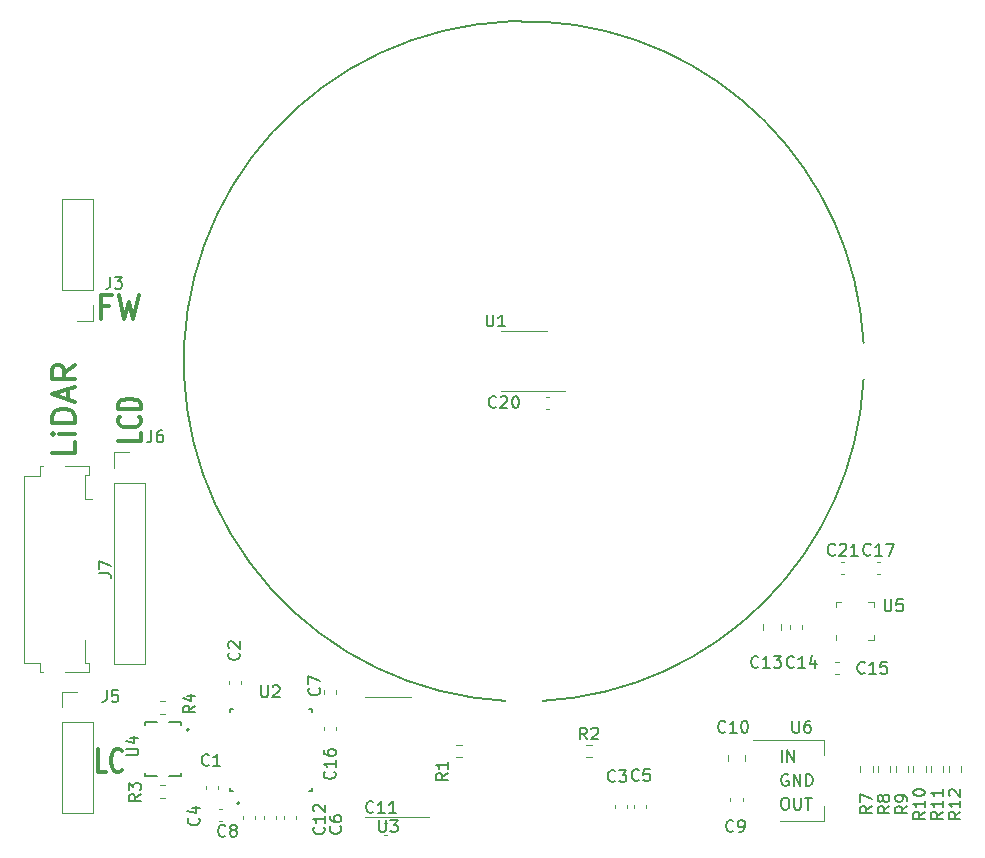
<source format=gbr>
%TF.GenerationSoftware,KiCad,Pcbnew,(6.0.5)*%
%TF.CreationDate,2023-11-29T10:13:34+07:00*%
%TF.ProjectId,view_base,76696577-5f62-4617-9365-2e6b69636164,rev?*%
%TF.SameCoordinates,Original*%
%TF.FileFunction,Legend,Top*%
%TF.FilePolarity,Positive*%
%FSLAX46Y46*%
G04 Gerber Fmt 4.6, Leading zero omitted, Abs format (unit mm)*
G04 Created by KiCad (PCBNEW (6.0.5)) date 2023-11-29 10:13:34*
%MOMM*%
%LPD*%
G01*
G04 APERTURE LIST*
%ADD10C,0.200000*%
%ADD11C,0.300000*%
%ADD12C,0.150000*%
%ADD13C,0.120000*%
%ADD14C,0.127000*%
G04 APERTURE END LIST*
D10*
X101547847Y-71241622D02*
G75*
G03*
X98452153Y-128758375I-1548187J-28758358D01*
G01*
X101567092Y-128757332D02*
G75*
G03*
X128758375Y-101547847I-1567092J28757332D01*
G01*
X128757332Y-98432908D02*
G75*
G03*
X101547847Y-71241625I-28757332J-1567092D01*
G01*
D11*
X64842857Y-95357142D02*
X64176190Y-95357142D01*
X64176190Y-96404761D02*
X64176190Y-94404761D01*
X65128571Y-94404761D01*
X65700000Y-94404761D02*
X66176190Y-96404761D01*
X66557142Y-94976190D01*
X66938095Y-96404761D01*
X67414285Y-94404761D01*
X67604761Y-106035714D02*
X67604761Y-106750000D01*
X65604761Y-106750000D01*
X67414285Y-104678571D02*
X67509523Y-104750000D01*
X67604761Y-104964285D01*
X67604761Y-105107142D01*
X67509523Y-105321428D01*
X67319047Y-105464285D01*
X67128571Y-105535714D01*
X66747619Y-105607142D01*
X66461904Y-105607142D01*
X66080952Y-105535714D01*
X65890476Y-105464285D01*
X65700000Y-105321428D01*
X65604761Y-105107142D01*
X65604761Y-104964285D01*
X65700000Y-104750000D01*
X65795238Y-104678571D01*
X67604761Y-104035714D02*
X65604761Y-104035714D01*
X65604761Y-103678571D01*
X65700000Y-103464285D01*
X65890476Y-103321428D01*
X66080952Y-103250000D01*
X66461904Y-103178571D01*
X66747619Y-103178571D01*
X67128571Y-103250000D01*
X67319047Y-103321428D01*
X67509523Y-103464285D01*
X67604761Y-103678571D01*
X67604761Y-104035714D01*
X64614285Y-134804761D02*
X63900000Y-134804761D01*
X63900000Y-132804761D01*
X65971428Y-134614285D02*
X65900000Y-134709523D01*
X65685714Y-134804761D01*
X65542857Y-134804761D01*
X65328571Y-134709523D01*
X65185714Y-134519047D01*
X65114285Y-134328571D01*
X65042857Y-133947619D01*
X65042857Y-133661904D01*
X65114285Y-133280952D01*
X65185714Y-133090476D01*
X65328571Y-132900000D01*
X65542857Y-132804761D01*
X65685714Y-132804761D01*
X65900000Y-132900000D01*
X65971428Y-132995238D01*
X62004761Y-106814285D02*
X62004761Y-107766666D01*
X60004761Y-107766666D01*
X62004761Y-106147619D02*
X60671428Y-106147619D01*
X60004761Y-106147619D02*
X60100000Y-106242857D01*
X60195238Y-106147619D01*
X60100000Y-106052380D01*
X60004761Y-106147619D01*
X60195238Y-106147619D01*
X62004761Y-105195238D02*
X60004761Y-105195238D01*
X60004761Y-104719047D01*
X60100000Y-104433333D01*
X60290476Y-104242857D01*
X60480952Y-104147619D01*
X60861904Y-104052380D01*
X61147619Y-104052380D01*
X61528571Y-104147619D01*
X61719047Y-104242857D01*
X61909523Y-104433333D01*
X62004761Y-104719047D01*
X62004761Y-105195238D01*
X61433333Y-103290476D02*
X61433333Y-102338095D01*
X62004761Y-103480952D02*
X60004761Y-102814285D01*
X62004761Y-102147619D01*
X62004761Y-100338095D02*
X61052380Y-101004761D01*
X62004761Y-101480952D02*
X60004761Y-101480952D01*
X60004761Y-100719047D01*
X60100000Y-100528571D01*
X60195238Y-100433333D01*
X60385714Y-100338095D01*
X60671428Y-100338095D01*
X60861904Y-100433333D01*
X60957142Y-100528571D01*
X61052380Y-100719047D01*
X61052380Y-101480952D01*
D12*
%TO.C,R1*%
X93552380Y-134866666D02*
X93076190Y-135200000D01*
X93552380Y-135438095D02*
X92552380Y-135438095D01*
X92552380Y-135057142D01*
X92600000Y-134961904D01*
X92647619Y-134914285D01*
X92742857Y-134866666D01*
X92885714Y-134866666D01*
X92980952Y-134914285D01*
X93028571Y-134961904D01*
X93076190Y-135057142D01*
X93076190Y-135438095D01*
X93552380Y-133914285D02*
X93552380Y-134485714D01*
X93552380Y-134200000D02*
X92552380Y-134200000D01*
X92695238Y-134295238D01*
X92790476Y-134390476D01*
X92838095Y-134485714D01*
%TO.C,R2*%
X105333333Y-132022380D02*
X105000000Y-131546190D01*
X104761904Y-132022380D02*
X104761904Y-131022380D01*
X105142857Y-131022380D01*
X105238095Y-131070000D01*
X105285714Y-131117619D01*
X105333333Y-131212857D01*
X105333333Y-131355714D01*
X105285714Y-131450952D01*
X105238095Y-131498571D01*
X105142857Y-131546190D01*
X104761904Y-131546190D01*
X105714285Y-131117619D02*
X105761904Y-131070000D01*
X105857142Y-131022380D01*
X106095238Y-131022380D01*
X106190476Y-131070000D01*
X106238095Y-131117619D01*
X106285714Y-131212857D01*
X106285714Y-131308095D01*
X106238095Y-131450952D01*
X105666666Y-132022380D01*
X106285714Y-132022380D01*
%TO.C,U2*%
X77738095Y-127452380D02*
X77738095Y-128261904D01*
X77785714Y-128357142D01*
X77833333Y-128404761D01*
X77928571Y-128452380D01*
X78119047Y-128452380D01*
X78214285Y-128404761D01*
X78261904Y-128357142D01*
X78309523Y-128261904D01*
X78309523Y-127452380D01*
X78738095Y-127547619D02*
X78785714Y-127500000D01*
X78880952Y-127452380D01*
X79119047Y-127452380D01*
X79214285Y-127500000D01*
X79261904Y-127547619D01*
X79309523Y-127642857D01*
X79309523Y-127738095D01*
X79261904Y-127880952D01*
X78690476Y-128452380D01*
X79309523Y-128452380D01*
%TO.C,C11*%
X87257142Y-138157142D02*
X87209523Y-138204761D01*
X87066666Y-138252380D01*
X86971428Y-138252380D01*
X86828571Y-138204761D01*
X86733333Y-138109523D01*
X86685714Y-138014285D01*
X86638095Y-137823809D01*
X86638095Y-137680952D01*
X86685714Y-137490476D01*
X86733333Y-137395238D01*
X86828571Y-137300000D01*
X86971428Y-137252380D01*
X87066666Y-137252380D01*
X87209523Y-137300000D01*
X87257142Y-137347619D01*
X88209523Y-138252380D02*
X87638095Y-138252380D01*
X87923809Y-138252380D02*
X87923809Y-137252380D01*
X87828571Y-137395238D01*
X87733333Y-137490476D01*
X87638095Y-137538095D01*
X89161904Y-138252380D02*
X88590476Y-138252380D01*
X88876190Y-138252380D02*
X88876190Y-137252380D01*
X88780952Y-137395238D01*
X88685714Y-137490476D01*
X88590476Y-137538095D01*
%TO.C,C13*%
X119857142Y-125857142D02*
X119809523Y-125904761D01*
X119666666Y-125952380D01*
X119571428Y-125952380D01*
X119428571Y-125904761D01*
X119333333Y-125809523D01*
X119285714Y-125714285D01*
X119238095Y-125523809D01*
X119238095Y-125380952D01*
X119285714Y-125190476D01*
X119333333Y-125095238D01*
X119428571Y-125000000D01*
X119571428Y-124952380D01*
X119666666Y-124952380D01*
X119809523Y-125000000D01*
X119857142Y-125047619D01*
X120809523Y-125952380D02*
X120238095Y-125952380D01*
X120523809Y-125952380D02*
X120523809Y-124952380D01*
X120428571Y-125095238D01*
X120333333Y-125190476D01*
X120238095Y-125238095D01*
X121142857Y-124952380D02*
X121761904Y-124952380D01*
X121428571Y-125333333D01*
X121571428Y-125333333D01*
X121666666Y-125380952D01*
X121714285Y-125428571D01*
X121761904Y-125523809D01*
X121761904Y-125761904D01*
X121714285Y-125857142D01*
X121666666Y-125904761D01*
X121571428Y-125952380D01*
X121285714Y-125952380D01*
X121190476Y-125904761D01*
X121142857Y-125857142D01*
%TO.C,C14*%
X122857142Y-125857142D02*
X122809523Y-125904761D01*
X122666666Y-125952380D01*
X122571428Y-125952380D01*
X122428571Y-125904761D01*
X122333333Y-125809523D01*
X122285714Y-125714285D01*
X122238095Y-125523809D01*
X122238095Y-125380952D01*
X122285714Y-125190476D01*
X122333333Y-125095238D01*
X122428571Y-125000000D01*
X122571428Y-124952380D01*
X122666666Y-124952380D01*
X122809523Y-125000000D01*
X122857142Y-125047619D01*
X123809523Y-125952380D02*
X123238095Y-125952380D01*
X123523809Y-125952380D02*
X123523809Y-124952380D01*
X123428571Y-125095238D01*
X123333333Y-125190476D01*
X123238095Y-125238095D01*
X124666666Y-125285714D02*
X124666666Y-125952380D01*
X124428571Y-124904761D02*
X124190476Y-125619047D01*
X124809523Y-125619047D01*
%TO.C,C15*%
X128857142Y-126357142D02*
X128809523Y-126404761D01*
X128666666Y-126452380D01*
X128571428Y-126452380D01*
X128428571Y-126404761D01*
X128333333Y-126309523D01*
X128285714Y-126214285D01*
X128238095Y-126023809D01*
X128238095Y-125880952D01*
X128285714Y-125690476D01*
X128333333Y-125595238D01*
X128428571Y-125500000D01*
X128571428Y-125452380D01*
X128666666Y-125452380D01*
X128809523Y-125500000D01*
X128857142Y-125547619D01*
X129809523Y-126452380D02*
X129238095Y-126452380D01*
X129523809Y-126452380D02*
X129523809Y-125452380D01*
X129428571Y-125595238D01*
X129333333Y-125690476D01*
X129238095Y-125738095D01*
X130714285Y-125452380D02*
X130238095Y-125452380D01*
X130190476Y-125928571D01*
X130238095Y-125880952D01*
X130333333Y-125833333D01*
X130571428Y-125833333D01*
X130666666Y-125880952D01*
X130714285Y-125928571D01*
X130761904Y-126023809D01*
X130761904Y-126261904D01*
X130714285Y-126357142D01*
X130666666Y-126404761D01*
X130571428Y-126452380D01*
X130333333Y-126452380D01*
X130238095Y-126404761D01*
X130190476Y-126357142D01*
%TO.C,C17*%
X129357142Y-116357142D02*
X129309523Y-116404761D01*
X129166666Y-116452380D01*
X129071428Y-116452380D01*
X128928571Y-116404761D01*
X128833333Y-116309523D01*
X128785714Y-116214285D01*
X128738095Y-116023809D01*
X128738095Y-115880952D01*
X128785714Y-115690476D01*
X128833333Y-115595238D01*
X128928571Y-115500000D01*
X129071428Y-115452380D01*
X129166666Y-115452380D01*
X129309523Y-115500000D01*
X129357142Y-115547619D01*
X130309523Y-116452380D02*
X129738095Y-116452380D01*
X130023809Y-116452380D02*
X130023809Y-115452380D01*
X129928571Y-115595238D01*
X129833333Y-115690476D01*
X129738095Y-115738095D01*
X130642857Y-115452380D02*
X131309523Y-115452380D01*
X130880952Y-116452380D01*
%TO.C,U6*%
X122738095Y-130452380D02*
X122738095Y-131261904D01*
X122785714Y-131357142D01*
X122833333Y-131404761D01*
X122928571Y-131452380D01*
X123119047Y-131452380D01*
X123214285Y-131404761D01*
X123261904Y-131357142D01*
X123309523Y-131261904D01*
X123309523Y-130452380D01*
X124214285Y-130452380D02*
X124023809Y-130452380D01*
X123928571Y-130500000D01*
X123880952Y-130547619D01*
X123785714Y-130690476D01*
X123738095Y-130880952D01*
X123738095Y-131261904D01*
X123785714Y-131357142D01*
X123833333Y-131404761D01*
X123928571Y-131452380D01*
X124119047Y-131452380D01*
X124214285Y-131404761D01*
X124261904Y-131357142D01*
X124309523Y-131261904D01*
X124309523Y-131023809D01*
X124261904Y-130928571D01*
X124214285Y-130880952D01*
X124119047Y-130833333D01*
X123928571Y-130833333D01*
X123833333Y-130880952D01*
X123785714Y-130928571D01*
X123738095Y-131023809D01*
X122026071Y-136952380D02*
X122216547Y-136952380D01*
X122311785Y-137000000D01*
X122407023Y-137095238D01*
X122454642Y-137285714D01*
X122454642Y-137619047D01*
X122407023Y-137809523D01*
X122311785Y-137904761D01*
X122216547Y-137952380D01*
X122026071Y-137952380D01*
X121930833Y-137904761D01*
X121835595Y-137809523D01*
X121787976Y-137619047D01*
X121787976Y-137285714D01*
X121835595Y-137095238D01*
X121930833Y-137000000D01*
X122026071Y-136952380D01*
X122883214Y-136952380D02*
X122883214Y-137761904D01*
X122930833Y-137857142D01*
X122978452Y-137904761D01*
X123073690Y-137952380D01*
X123264166Y-137952380D01*
X123359404Y-137904761D01*
X123407023Y-137857142D01*
X123454642Y-137761904D01*
X123454642Y-136952380D01*
X123787976Y-136952380D02*
X124359404Y-136952380D01*
X124073690Y-137952380D02*
X124073690Y-136952380D01*
X121835595Y-133952380D02*
X121835595Y-132952380D01*
X122311785Y-133952380D02*
X122311785Y-132952380D01*
X122883214Y-133952380D01*
X122883214Y-132952380D01*
X122359404Y-135000000D02*
X122264166Y-134952380D01*
X122121309Y-134952380D01*
X121978452Y-135000000D01*
X121883214Y-135095238D01*
X121835595Y-135190476D01*
X121787976Y-135380952D01*
X121787976Y-135523809D01*
X121835595Y-135714285D01*
X121883214Y-135809523D01*
X121978452Y-135904761D01*
X122121309Y-135952380D01*
X122216547Y-135952380D01*
X122359404Y-135904761D01*
X122407023Y-135857142D01*
X122407023Y-135523809D01*
X122216547Y-135523809D01*
X122835595Y-135952380D02*
X122835595Y-134952380D01*
X123407023Y-135952380D01*
X123407023Y-134952380D01*
X123883214Y-135952380D02*
X123883214Y-134952380D01*
X124121309Y-134952380D01*
X124264166Y-135000000D01*
X124359404Y-135095238D01*
X124407023Y-135190476D01*
X124454642Y-135380952D01*
X124454642Y-135523809D01*
X124407023Y-135714285D01*
X124359404Y-135809523D01*
X124264166Y-135904761D01*
X124121309Y-135952380D01*
X123883214Y-135952380D01*
%TO.C,U3*%
X87738095Y-138852380D02*
X87738095Y-139661904D01*
X87785714Y-139757142D01*
X87833333Y-139804761D01*
X87928571Y-139852380D01*
X88119047Y-139852380D01*
X88214285Y-139804761D01*
X88261904Y-139757142D01*
X88309523Y-139661904D01*
X88309523Y-138852380D01*
X88690476Y-138852380D02*
X89309523Y-138852380D01*
X88976190Y-139233333D01*
X89119047Y-139233333D01*
X89214285Y-139280952D01*
X89261904Y-139328571D01*
X89309523Y-139423809D01*
X89309523Y-139661904D01*
X89261904Y-139757142D01*
X89214285Y-139804761D01*
X89119047Y-139852380D01*
X88833333Y-139852380D01*
X88738095Y-139804761D01*
X88690476Y-139757142D01*
%TO.C,U5*%
X130538095Y-120152380D02*
X130538095Y-120961904D01*
X130585714Y-121057142D01*
X130633333Y-121104761D01*
X130728571Y-121152380D01*
X130919047Y-121152380D01*
X131014285Y-121104761D01*
X131061904Y-121057142D01*
X131109523Y-120961904D01*
X131109523Y-120152380D01*
X132061904Y-120152380D02*
X131585714Y-120152380D01*
X131538095Y-120628571D01*
X131585714Y-120580952D01*
X131680952Y-120533333D01*
X131919047Y-120533333D01*
X132014285Y-120580952D01*
X132061904Y-120628571D01*
X132109523Y-120723809D01*
X132109523Y-120961904D01*
X132061904Y-121057142D01*
X132014285Y-121104761D01*
X131919047Y-121152380D01*
X131680952Y-121152380D01*
X131585714Y-121104761D01*
X131538095Y-121057142D01*
%TO.C,C21*%
X126357142Y-116357142D02*
X126309523Y-116404761D01*
X126166666Y-116452380D01*
X126071428Y-116452380D01*
X125928571Y-116404761D01*
X125833333Y-116309523D01*
X125785714Y-116214285D01*
X125738095Y-116023809D01*
X125738095Y-115880952D01*
X125785714Y-115690476D01*
X125833333Y-115595238D01*
X125928571Y-115500000D01*
X126071428Y-115452380D01*
X126166666Y-115452380D01*
X126309523Y-115500000D01*
X126357142Y-115547619D01*
X126738095Y-115547619D02*
X126785714Y-115500000D01*
X126880952Y-115452380D01*
X127119047Y-115452380D01*
X127214285Y-115500000D01*
X127261904Y-115547619D01*
X127309523Y-115642857D01*
X127309523Y-115738095D01*
X127261904Y-115880952D01*
X126690476Y-116452380D01*
X127309523Y-116452380D01*
X128261904Y-116452380D02*
X127690476Y-116452380D01*
X127976190Y-116452380D02*
X127976190Y-115452380D01*
X127880952Y-115595238D01*
X127785714Y-115690476D01*
X127690476Y-115738095D01*
%TO.C,U1*%
X96838095Y-96052380D02*
X96838095Y-96861904D01*
X96885714Y-96957142D01*
X96933333Y-97004761D01*
X97028571Y-97052380D01*
X97219047Y-97052380D01*
X97314285Y-97004761D01*
X97361904Y-96957142D01*
X97409523Y-96861904D01*
X97409523Y-96052380D01*
X98409523Y-97052380D02*
X97838095Y-97052380D01*
X98123809Y-97052380D02*
X98123809Y-96052380D01*
X98028571Y-96195238D01*
X97933333Y-96290476D01*
X97838095Y-96338095D01*
%TO.C,C20*%
X97657142Y-103857142D02*
X97609523Y-103904761D01*
X97466666Y-103952380D01*
X97371428Y-103952380D01*
X97228571Y-103904761D01*
X97133333Y-103809523D01*
X97085714Y-103714285D01*
X97038095Y-103523809D01*
X97038095Y-103380952D01*
X97085714Y-103190476D01*
X97133333Y-103095238D01*
X97228571Y-103000000D01*
X97371428Y-102952380D01*
X97466666Y-102952380D01*
X97609523Y-103000000D01*
X97657142Y-103047619D01*
X98038095Y-103047619D02*
X98085714Y-103000000D01*
X98180952Y-102952380D01*
X98419047Y-102952380D01*
X98514285Y-103000000D01*
X98561904Y-103047619D01*
X98609523Y-103142857D01*
X98609523Y-103238095D01*
X98561904Y-103380952D01*
X97990476Y-103952380D01*
X98609523Y-103952380D01*
X99228571Y-102952380D02*
X99323809Y-102952380D01*
X99419047Y-103000000D01*
X99466666Y-103047619D01*
X99514285Y-103142857D01*
X99561904Y-103333333D01*
X99561904Y-103571428D01*
X99514285Y-103761904D01*
X99466666Y-103857142D01*
X99419047Y-103904761D01*
X99323809Y-103952380D01*
X99228571Y-103952380D01*
X99133333Y-103904761D01*
X99085714Y-103857142D01*
X99038095Y-103761904D01*
X98990476Y-103571428D01*
X98990476Y-103333333D01*
X99038095Y-103142857D01*
X99085714Y-103047619D01*
X99133333Y-103000000D01*
X99228571Y-102952380D01*
%TO.C,R7*%
X129452380Y-137666666D02*
X128976190Y-138000000D01*
X129452380Y-138238095D02*
X128452380Y-138238095D01*
X128452380Y-137857142D01*
X128500000Y-137761904D01*
X128547619Y-137714285D01*
X128642857Y-137666666D01*
X128785714Y-137666666D01*
X128880952Y-137714285D01*
X128928571Y-137761904D01*
X128976190Y-137857142D01*
X128976190Y-138238095D01*
X128452380Y-137333333D02*
X128452380Y-136666666D01*
X129452380Y-137095238D01*
%TO.C,R8*%
X130952380Y-137666666D02*
X130476190Y-138000000D01*
X130952380Y-138238095D02*
X129952380Y-138238095D01*
X129952380Y-137857142D01*
X130000000Y-137761904D01*
X130047619Y-137714285D01*
X130142857Y-137666666D01*
X130285714Y-137666666D01*
X130380952Y-137714285D01*
X130428571Y-137761904D01*
X130476190Y-137857142D01*
X130476190Y-138238095D01*
X130380952Y-137095238D02*
X130333333Y-137190476D01*
X130285714Y-137238095D01*
X130190476Y-137285714D01*
X130142857Y-137285714D01*
X130047619Y-137238095D01*
X130000000Y-137190476D01*
X129952380Y-137095238D01*
X129952380Y-136904761D01*
X130000000Y-136809523D01*
X130047619Y-136761904D01*
X130142857Y-136714285D01*
X130190476Y-136714285D01*
X130285714Y-136761904D01*
X130333333Y-136809523D01*
X130380952Y-136904761D01*
X130380952Y-137095238D01*
X130428571Y-137190476D01*
X130476190Y-137238095D01*
X130571428Y-137285714D01*
X130761904Y-137285714D01*
X130857142Y-137238095D01*
X130904761Y-137190476D01*
X130952380Y-137095238D01*
X130952380Y-136904761D01*
X130904761Y-136809523D01*
X130857142Y-136761904D01*
X130761904Y-136714285D01*
X130571428Y-136714285D01*
X130476190Y-136761904D01*
X130428571Y-136809523D01*
X130380952Y-136904761D01*
%TO.C,R12*%
X136952380Y-138142857D02*
X136476190Y-138476190D01*
X136952380Y-138714285D02*
X135952380Y-138714285D01*
X135952380Y-138333333D01*
X136000000Y-138238095D01*
X136047619Y-138190476D01*
X136142857Y-138142857D01*
X136285714Y-138142857D01*
X136380952Y-138190476D01*
X136428571Y-138238095D01*
X136476190Y-138333333D01*
X136476190Y-138714285D01*
X136952380Y-137190476D02*
X136952380Y-137761904D01*
X136952380Y-137476190D02*
X135952380Y-137476190D01*
X136095238Y-137571428D01*
X136190476Y-137666666D01*
X136238095Y-137761904D01*
X136047619Y-136809523D02*
X136000000Y-136761904D01*
X135952380Y-136666666D01*
X135952380Y-136428571D01*
X136000000Y-136333333D01*
X136047619Y-136285714D01*
X136142857Y-136238095D01*
X136238095Y-136238095D01*
X136380952Y-136285714D01*
X136952380Y-136857142D01*
X136952380Y-136238095D01*
%TO.C,R9*%
X132452380Y-137666666D02*
X131976190Y-138000000D01*
X132452380Y-138238095D02*
X131452380Y-138238095D01*
X131452380Y-137857142D01*
X131500000Y-137761904D01*
X131547619Y-137714285D01*
X131642857Y-137666666D01*
X131785714Y-137666666D01*
X131880952Y-137714285D01*
X131928571Y-137761904D01*
X131976190Y-137857142D01*
X131976190Y-138238095D01*
X132452380Y-137190476D02*
X132452380Y-137000000D01*
X132404761Y-136904761D01*
X132357142Y-136857142D01*
X132214285Y-136761904D01*
X132023809Y-136714285D01*
X131642857Y-136714285D01*
X131547619Y-136761904D01*
X131500000Y-136809523D01*
X131452380Y-136904761D01*
X131452380Y-137095238D01*
X131500000Y-137190476D01*
X131547619Y-137238095D01*
X131642857Y-137285714D01*
X131880952Y-137285714D01*
X131976190Y-137238095D01*
X132023809Y-137190476D01*
X132071428Y-137095238D01*
X132071428Y-136904761D01*
X132023809Y-136809523D01*
X131976190Y-136761904D01*
X131880952Y-136714285D01*
%TO.C,R10*%
X133952380Y-138142857D02*
X133476190Y-138476190D01*
X133952380Y-138714285D02*
X132952380Y-138714285D01*
X132952380Y-138333333D01*
X133000000Y-138238095D01*
X133047619Y-138190476D01*
X133142857Y-138142857D01*
X133285714Y-138142857D01*
X133380952Y-138190476D01*
X133428571Y-138238095D01*
X133476190Y-138333333D01*
X133476190Y-138714285D01*
X133952380Y-137190476D02*
X133952380Y-137761904D01*
X133952380Y-137476190D02*
X132952380Y-137476190D01*
X133095238Y-137571428D01*
X133190476Y-137666666D01*
X133238095Y-137761904D01*
X132952380Y-136571428D02*
X132952380Y-136476190D01*
X133000000Y-136380952D01*
X133047619Y-136333333D01*
X133142857Y-136285714D01*
X133333333Y-136238095D01*
X133571428Y-136238095D01*
X133761904Y-136285714D01*
X133857142Y-136333333D01*
X133904761Y-136380952D01*
X133952380Y-136476190D01*
X133952380Y-136571428D01*
X133904761Y-136666666D01*
X133857142Y-136714285D01*
X133761904Y-136761904D01*
X133571428Y-136809523D01*
X133333333Y-136809523D01*
X133142857Y-136761904D01*
X133047619Y-136714285D01*
X133000000Y-136666666D01*
X132952380Y-136571428D01*
%TO.C,R11*%
X135452380Y-138142857D02*
X134976190Y-138476190D01*
X135452380Y-138714285D02*
X134452380Y-138714285D01*
X134452380Y-138333333D01*
X134500000Y-138238095D01*
X134547619Y-138190476D01*
X134642857Y-138142857D01*
X134785714Y-138142857D01*
X134880952Y-138190476D01*
X134928571Y-138238095D01*
X134976190Y-138333333D01*
X134976190Y-138714285D01*
X135452380Y-137190476D02*
X135452380Y-137761904D01*
X135452380Y-137476190D02*
X134452380Y-137476190D01*
X134595238Y-137571428D01*
X134690476Y-137666666D01*
X134738095Y-137761904D01*
X135452380Y-136238095D02*
X135452380Y-136809523D01*
X135452380Y-136523809D02*
X134452380Y-136523809D01*
X134595238Y-136619047D01*
X134690476Y-136714285D01*
X134738095Y-136809523D01*
%TO.C,C10*%
X117057142Y-131357142D02*
X117009523Y-131404761D01*
X116866666Y-131452380D01*
X116771428Y-131452380D01*
X116628571Y-131404761D01*
X116533333Y-131309523D01*
X116485714Y-131214285D01*
X116438095Y-131023809D01*
X116438095Y-130880952D01*
X116485714Y-130690476D01*
X116533333Y-130595238D01*
X116628571Y-130500000D01*
X116771428Y-130452380D01*
X116866666Y-130452380D01*
X117009523Y-130500000D01*
X117057142Y-130547619D01*
X118009523Y-131452380D02*
X117438095Y-131452380D01*
X117723809Y-131452380D02*
X117723809Y-130452380D01*
X117628571Y-130595238D01*
X117533333Y-130690476D01*
X117438095Y-130738095D01*
X118628571Y-130452380D02*
X118723809Y-130452380D01*
X118819047Y-130500000D01*
X118866666Y-130547619D01*
X118914285Y-130642857D01*
X118961904Y-130833333D01*
X118961904Y-131071428D01*
X118914285Y-131261904D01*
X118866666Y-131357142D01*
X118819047Y-131404761D01*
X118723809Y-131452380D01*
X118628571Y-131452380D01*
X118533333Y-131404761D01*
X118485714Y-131357142D01*
X118438095Y-131261904D01*
X118390476Y-131071428D01*
X118390476Y-130833333D01*
X118438095Y-130642857D01*
X118485714Y-130547619D01*
X118533333Y-130500000D01*
X118628571Y-130452380D01*
%TO.C,C9*%
X117733333Y-139757142D02*
X117685714Y-139804761D01*
X117542857Y-139852380D01*
X117447619Y-139852380D01*
X117304761Y-139804761D01*
X117209523Y-139709523D01*
X117161904Y-139614285D01*
X117114285Y-139423809D01*
X117114285Y-139280952D01*
X117161904Y-139090476D01*
X117209523Y-138995238D01*
X117304761Y-138900000D01*
X117447619Y-138852380D01*
X117542857Y-138852380D01*
X117685714Y-138900000D01*
X117733333Y-138947619D01*
X118209523Y-139852380D02*
X118400000Y-139852380D01*
X118495238Y-139804761D01*
X118542857Y-139757142D01*
X118638095Y-139614285D01*
X118685714Y-139423809D01*
X118685714Y-139042857D01*
X118638095Y-138947619D01*
X118590476Y-138900000D01*
X118495238Y-138852380D01*
X118304761Y-138852380D01*
X118209523Y-138900000D01*
X118161904Y-138947619D01*
X118114285Y-139042857D01*
X118114285Y-139280952D01*
X118161904Y-139376190D01*
X118209523Y-139423809D01*
X118304761Y-139471428D01*
X118495238Y-139471428D01*
X118590476Y-139423809D01*
X118638095Y-139376190D01*
X118685714Y-139280952D01*
%TO.C,R3*%
X67552380Y-136666666D02*
X67076190Y-137000000D01*
X67552380Y-137238095D02*
X66552380Y-137238095D01*
X66552380Y-136857142D01*
X66600000Y-136761904D01*
X66647619Y-136714285D01*
X66742857Y-136666666D01*
X66885714Y-136666666D01*
X66980952Y-136714285D01*
X67028571Y-136761904D01*
X67076190Y-136857142D01*
X67076190Y-137238095D01*
X66552380Y-136333333D02*
X66552380Y-135714285D01*
X66933333Y-136047619D01*
X66933333Y-135904761D01*
X66980952Y-135809523D01*
X67028571Y-135761904D01*
X67123809Y-135714285D01*
X67361904Y-135714285D01*
X67457142Y-135761904D01*
X67504761Y-135809523D01*
X67552380Y-135904761D01*
X67552380Y-136190476D01*
X67504761Y-136285714D01*
X67457142Y-136333333D01*
%TO.C,J6*%
X68466666Y-105852380D02*
X68466666Y-106566666D01*
X68419047Y-106709523D01*
X68323809Y-106804761D01*
X68180952Y-106852380D01*
X68085714Y-106852380D01*
X69371428Y-105852380D02*
X69180952Y-105852380D01*
X69085714Y-105900000D01*
X69038095Y-105947619D01*
X68942857Y-106090476D01*
X68895238Y-106280952D01*
X68895238Y-106661904D01*
X68942857Y-106757142D01*
X68990476Y-106804761D01*
X69085714Y-106852380D01*
X69276190Y-106852380D01*
X69371428Y-106804761D01*
X69419047Y-106757142D01*
X69466666Y-106661904D01*
X69466666Y-106423809D01*
X69419047Y-106328571D01*
X69371428Y-106280952D01*
X69276190Y-106233333D01*
X69085714Y-106233333D01*
X68990476Y-106280952D01*
X68942857Y-106328571D01*
X68895238Y-106423809D01*
%TO.C,C1*%
X73333333Y-134157142D02*
X73285714Y-134204761D01*
X73142857Y-134252380D01*
X73047619Y-134252380D01*
X72904761Y-134204761D01*
X72809523Y-134109523D01*
X72761904Y-134014285D01*
X72714285Y-133823809D01*
X72714285Y-133680952D01*
X72761904Y-133490476D01*
X72809523Y-133395238D01*
X72904761Y-133300000D01*
X73047619Y-133252380D01*
X73142857Y-133252380D01*
X73285714Y-133300000D01*
X73333333Y-133347619D01*
X74285714Y-134252380D02*
X73714285Y-134252380D01*
X74000000Y-134252380D02*
X74000000Y-133252380D01*
X73904761Y-133395238D01*
X73809523Y-133490476D01*
X73714285Y-133538095D01*
%TO.C,C4*%
X72457142Y-138666666D02*
X72504761Y-138714285D01*
X72552380Y-138857142D01*
X72552380Y-138952380D01*
X72504761Y-139095238D01*
X72409523Y-139190476D01*
X72314285Y-139238095D01*
X72123809Y-139285714D01*
X71980952Y-139285714D01*
X71790476Y-139238095D01*
X71695238Y-139190476D01*
X71600000Y-139095238D01*
X71552380Y-138952380D01*
X71552380Y-138857142D01*
X71600000Y-138714285D01*
X71647619Y-138666666D01*
X71885714Y-137809523D02*
X72552380Y-137809523D01*
X71504761Y-138047619D02*
X72219047Y-138285714D01*
X72219047Y-137666666D01*
%TO.C,C2*%
X75857142Y-124666666D02*
X75904761Y-124714285D01*
X75952380Y-124857142D01*
X75952380Y-124952380D01*
X75904761Y-125095238D01*
X75809523Y-125190476D01*
X75714285Y-125238095D01*
X75523809Y-125285714D01*
X75380952Y-125285714D01*
X75190476Y-125238095D01*
X75095238Y-125190476D01*
X75000000Y-125095238D01*
X74952380Y-124952380D01*
X74952380Y-124857142D01*
X75000000Y-124714285D01*
X75047619Y-124666666D01*
X75047619Y-124285714D02*
X75000000Y-124238095D01*
X74952380Y-124142857D01*
X74952380Y-123904761D01*
X75000000Y-123809523D01*
X75047619Y-123761904D01*
X75142857Y-123714285D01*
X75238095Y-123714285D01*
X75380952Y-123761904D01*
X75952380Y-124333333D01*
X75952380Y-123714285D01*
%TO.C,J5*%
X64666666Y-127852380D02*
X64666666Y-128566666D01*
X64619047Y-128709523D01*
X64523809Y-128804761D01*
X64380952Y-128852380D01*
X64285714Y-128852380D01*
X65619047Y-127852380D02*
X65142857Y-127852380D01*
X65095238Y-128328571D01*
X65142857Y-128280952D01*
X65238095Y-128233333D01*
X65476190Y-128233333D01*
X65571428Y-128280952D01*
X65619047Y-128328571D01*
X65666666Y-128423809D01*
X65666666Y-128661904D01*
X65619047Y-128757142D01*
X65571428Y-128804761D01*
X65476190Y-128852380D01*
X65238095Y-128852380D01*
X65142857Y-128804761D01*
X65095238Y-128757142D01*
%TO.C,C12*%
X83057142Y-139442857D02*
X83104761Y-139490476D01*
X83152380Y-139633333D01*
X83152380Y-139728571D01*
X83104761Y-139871428D01*
X83009523Y-139966666D01*
X82914285Y-140014285D01*
X82723809Y-140061904D01*
X82580952Y-140061904D01*
X82390476Y-140014285D01*
X82295238Y-139966666D01*
X82200000Y-139871428D01*
X82152380Y-139728571D01*
X82152380Y-139633333D01*
X82200000Y-139490476D01*
X82247619Y-139442857D01*
X83152380Y-138490476D02*
X83152380Y-139061904D01*
X83152380Y-138776190D02*
X82152380Y-138776190D01*
X82295238Y-138871428D01*
X82390476Y-138966666D01*
X82438095Y-139061904D01*
X82247619Y-138109523D02*
X82200000Y-138061904D01*
X82152380Y-137966666D01*
X82152380Y-137728571D01*
X82200000Y-137633333D01*
X82247619Y-137585714D01*
X82342857Y-137538095D01*
X82438095Y-137538095D01*
X82580952Y-137585714D01*
X83152380Y-138157142D01*
X83152380Y-137538095D01*
%TO.C,C5*%
X109733333Y-135432142D02*
X109685714Y-135479761D01*
X109542857Y-135527380D01*
X109447619Y-135527380D01*
X109304761Y-135479761D01*
X109209523Y-135384523D01*
X109161904Y-135289285D01*
X109114285Y-135098809D01*
X109114285Y-134955952D01*
X109161904Y-134765476D01*
X109209523Y-134670238D01*
X109304761Y-134575000D01*
X109447619Y-134527380D01*
X109542857Y-134527380D01*
X109685714Y-134575000D01*
X109733333Y-134622619D01*
X110638095Y-134527380D02*
X110161904Y-134527380D01*
X110114285Y-135003571D01*
X110161904Y-134955952D01*
X110257142Y-134908333D01*
X110495238Y-134908333D01*
X110590476Y-134955952D01*
X110638095Y-135003571D01*
X110685714Y-135098809D01*
X110685714Y-135336904D01*
X110638095Y-135432142D01*
X110590476Y-135479761D01*
X110495238Y-135527380D01*
X110257142Y-135527380D01*
X110161904Y-135479761D01*
X110114285Y-135432142D01*
%TO.C,R4*%
X72152380Y-129166666D02*
X71676190Y-129500000D01*
X72152380Y-129738095D02*
X71152380Y-129738095D01*
X71152380Y-129357142D01*
X71200000Y-129261904D01*
X71247619Y-129214285D01*
X71342857Y-129166666D01*
X71485714Y-129166666D01*
X71580952Y-129214285D01*
X71628571Y-129261904D01*
X71676190Y-129357142D01*
X71676190Y-129738095D01*
X71485714Y-128309523D02*
X72152380Y-128309523D01*
X71104761Y-128547619D02*
X71819047Y-128785714D01*
X71819047Y-128166666D01*
%TO.C,C16*%
X83957142Y-134742857D02*
X84004761Y-134790476D01*
X84052380Y-134933333D01*
X84052380Y-135028571D01*
X84004761Y-135171428D01*
X83909523Y-135266666D01*
X83814285Y-135314285D01*
X83623809Y-135361904D01*
X83480952Y-135361904D01*
X83290476Y-135314285D01*
X83195238Y-135266666D01*
X83100000Y-135171428D01*
X83052380Y-135028571D01*
X83052380Y-134933333D01*
X83100000Y-134790476D01*
X83147619Y-134742857D01*
X84052380Y-133790476D02*
X84052380Y-134361904D01*
X84052380Y-134076190D02*
X83052380Y-134076190D01*
X83195238Y-134171428D01*
X83290476Y-134266666D01*
X83338095Y-134361904D01*
X83052380Y-132933333D02*
X83052380Y-133123809D01*
X83100000Y-133219047D01*
X83147619Y-133266666D01*
X83290476Y-133361904D01*
X83480952Y-133409523D01*
X83861904Y-133409523D01*
X83957142Y-133361904D01*
X84004761Y-133314285D01*
X84052380Y-133219047D01*
X84052380Y-133028571D01*
X84004761Y-132933333D01*
X83957142Y-132885714D01*
X83861904Y-132838095D01*
X83623809Y-132838095D01*
X83528571Y-132885714D01*
X83480952Y-132933333D01*
X83433333Y-133028571D01*
X83433333Y-133219047D01*
X83480952Y-133314285D01*
X83528571Y-133361904D01*
X83623809Y-133409523D01*
%TO.C,C8*%
X74733333Y-140157142D02*
X74685714Y-140204761D01*
X74542857Y-140252380D01*
X74447619Y-140252380D01*
X74304761Y-140204761D01*
X74209523Y-140109523D01*
X74161904Y-140014285D01*
X74114285Y-139823809D01*
X74114285Y-139680952D01*
X74161904Y-139490476D01*
X74209523Y-139395238D01*
X74304761Y-139300000D01*
X74447619Y-139252380D01*
X74542857Y-139252380D01*
X74685714Y-139300000D01*
X74733333Y-139347619D01*
X75304761Y-139680952D02*
X75209523Y-139633333D01*
X75161904Y-139585714D01*
X75114285Y-139490476D01*
X75114285Y-139442857D01*
X75161904Y-139347619D01*
X75209523Y-139300000D01*
X75304761Y-139252380D01*
X75495238Y-139252380D01*
X75590476Y-139300000D01*
X75638095Y-139347619D01*
X75685714Y-139442857D01*
X75685714Y-139490476D01*
X75638095Y-139585714D01*
X75590476Y-139633333D01*
X75495238Y-139680952D01*
X75304761Y-139680952D01*
X75209523Y-139728571D01*
X75161904Y-139776190D01*
X75114285Y-139871428D01*
X75114285Y-140061904D01*
X75161904Y-140157142D01*
X75209523Y-140204761D01*
X75304761Y-140252380D01*
X75495238Y-140252380D01*
X75590476Y-140204761D01*
X75638095Y-140157142D01*
X75685714Y-140061904D01*
X75685714Y-139871428D01*
X75638095Y-139776190D01*
X75590476Y-139728571D01*
X75495238Y-139680952D01*
%TO.C,C3*%
X107733333Y-135532142D02*
X107685714Y-135579761D01*
X107542857Y-135627380D01*
X107447619Y-135627380D01*
X107304761Y-135579761D01*
X107209523Y-135484523D01*
X107161904Y-135389285D01*
X107114285Y-135198809D01*
X107114285Y-135055952D01*
X107161904Y-134865476D01*
X107209523Y-134770238D01*
X107304761Y-134675000D01*
X107447619Y-134627380D01*
X107542857Y-134627380D01*
X107685714Y-134675000D01*
X107733333Y-134722619D01*
X108066666Y-134627380D02*
X108685714Y-134627380D01*
X108352380Y-135008333D01*
X108495238Y-135008333D01*
X108590476Y-135055952D01*
X108638095Y-135103571D01*
X108685714Y-135198809D01*
X108685714Y-135436904D01*
X108638095Y-135532142D01*
X108590476Y-135579761D01*
X108495238Y-135627380D01*
X108209523Y-135627380D01*
X108114285Y-135579761D01*
X108066666Y-135532142D01*
%TO.C,C7*%
X82657142Y-127666666D02*
X82704761Y-127714285D01*
X82752380Y-127857142D01*
X82752380Y-127952380D01*
X82704761Y-128095238D01*
X82609523Y-128190476D01*
X82514285Y-128238095D01*
X82323809Y-128285714D01*
X82180952Y-128285714D01*
X81990476Y-128238095D01*
X81895238Y-128190476D01*
X81800000Y-128095238D01*
X81752380Y-127952380D01*
X81752380Y-127857142D01*
X81800000Y-127714285D01*
X81847619Y-127666666D01*
X81752380Y-127333333D02*
X81752380Y-126666666D01*
X82752380Y-127095238D01*
%TO.C,U4*%
X66352380Y-133361904D02*
X67161904Y-133361904D01*
X67257142Y-133314285D01*
X67304761Y-133266666D01*
X67352380Y-133171428D01*
X67352380Y-132980952D01*
X67304761Y-132885714D01*
X67257142Y-132838095D01*
X67161904Y-132790476D01*
X66352380Y-132790476D01*
X66685714Y-131885714D02*
X67352380Y-131885714D01*
X66304761Y-132123809D02*
X67019047Y-132361904D01*
X67019047Y-131742857D01*
%TO.C,J7*%
X64052380Y-117933333D02*
X64766666Y-117933333D01*
X64909523Y-117980952D01*
X65004761Y-118076190D01*
X65052380Y-118219047D01*
X65052380Y-118314285D01*
X64052380Y-117552380D02*
X64052380Y-116885714D01*
X65052380Y-117314285D01*
%TO.C,J3*%
X64966666Y-92852380D02*
X64966666Y-93566666D01*
X64919047Y-93709523D01*
X64823809Y-93804761D01*
X64680952Y-93852380D01*
X64585714Y-93852380D01*
X65347619Y-92852380D02*
X65966666Y-92852380D01*
X65633333Y-93233333D01*
X65776190Y-93233333D01*
X65871428Y-93280952D01*
X65919047Y-93328571D01*
X65966666Y-93423809D01*
X65966666Y-93661904D01*
X65919047Y-93757142D01*
X65871428Y-93804761D01*
X65776190Y-93852380D01*
X65490476Y-93852380D01*
X65395238Y-93804761D01*
X65347619Y-93757142D01*
%TO.C,C6*%
X84457142Y-139366666D02*
X84504761Y-139414285D01*
X84552380Y-139557142D01*
X84552380Y-139652380D01*
X84504761Y-139795238D01*
X84409523Y-139890476D01*
X84314285Y-139938095D01*
X84123809Y-139985714D01*
X83980952Y-139985714D01*
X83790476Y-139938095D01*
X83695238Y-139890476D01*
X83600000Y-139795238D01*
X83552380Y-139652380D01*
X83552380Y-139557142D01*
X83600000Y-139414285D01*
X83647619Y-139366666D01*
X83552380Y-138509523D02*
X83552380Y-138700000D01*
X83600000Y-138795238D01*
X83647619Y-138842857D01*
X83790476Y-138938095D01*
X83980952Y-138985714D01*
X84361904Y-138985714D01*
X84457142Y-138938095D01*
X84504761Y-138890476D01*
X84552380Y-138795238D01*
X84552380Y-138604761D01*
X84504761Y-138509523D01*
X84457142Y-138461904D01*
X84361904Y-138414285D01*
X84123809Y-138414285D01*
X84028571Y-138461904D01*
X83980952Y-138509523D01*
X83933333Y-138604761D01*
X83933333Y-138795238D01*
X83980952Y-138890476D01*
X84028571Y-138938095D01*
X84123809Y-138985714D01*
D13*
%TO.C,R1*%
X94737258Y-132477500D02*
X94262742Y-132477500D01*
X94737258Y-133522500D02*
X94262742Y-133522500D01*
%TO.C,R2*%
X105262742Y-132477500D02*
X105737258Y-132477500D01*
X105262742Y-133522500D02*
X105737258Y-133522500D01*
D14*
%TO.C,U2*%
X82075000Y-129425000D02*
X81780000Y-129425000D01*
X82075000Y-136425000D02*
X82075000Y-136130000D01*
X75075000Y-129425000D02*
X75370000Y-129425000D01*
X75075000Y-136425000D02*
X75075000Y-136130000D01*
X82075000Y-129425000D02*
X82075000Y-129720000D01*
X75075000Y-129425000D02*
X75075000Y-129720000D01*
X82075000Y-136425000D02*
X81780000Y-136425000D01*
X75075000Y-136425000D02*
X75370000Y-136425000D01*
D10*
X75925000Y-137425000D02*
G75*
G03*
X75925000Y-137425000I-100000J0D01*
G01*
D13*
%TO.C,C11*%
X88159420Y-139090000D02*
X88440580Y-139090000D01*
X88159420Y-140110000D02*
X88440580Y-140110000D01*
%TO.C,C13*%
X121735000Y-122238748D02*
X121735000Y-122761252D01*
X120265000Y-122238748D02*
X120265000Y-122761252D01*
%TO.C,C14*%
X123510000Y-122359420D02*
X123510000Y-122640580D01*
X122490000Y-122359420D02*
X122490000Y-122640580D01*
%TO.C,C15*%
X126359420Y-125490000D02*
X126640580Y-125490000D01*
X126359420Y-126510000D02*
X126640580Y-126510000D01*
%TO.C,C17*%
X129859420Y-118010000D02*
X130140580Y-118010000D01*
X129859420Y-116990000D02*
X130140580Y-116990000D01*
%TO.C,U6*%
X125410000Y-138910000D02*
X125410000Y-137650000D01*
X119400000Y-132090000D02*
X125410000Y-132090000D01*
X121650000Y-138910000D02*
X125410000Y-138910000D01*
X125410000Y-132090000D02*
X125410000Y-133350000D01*
%TO.C,U3*%
X88500000Y-138560000D02*
X91950000Y-138560000D01*
X88500000Y-138560000D02*
X86550000Y-138560000D01*
X88500000Y-128440000D02*
X86550000Y-128440000D01*
X88500000Y-128440000D02*
X90450000Y-128440000D01*
%TO.C,U5*%
X126390000Y-120390000D02*
X126840000Y-120390000D01*
X126390000Y-123160000D02*
X126390000Y-123610000D01*
X129610000Y-123610000D02*
X129160000Y-123610000D01*
X126390000Y-120840000D02*
X126390000Y-120390000D01*
X129610000Y-123160000D02*
X129610000Y-123610000D01*
X129610000Y-120390000D02*
X129160000Y-120390000D01*
X129610000Y-120840000D02*
X129610000Y-120390000D01*
%TO.C,C21*%
X127140580Y-118010000D02*
X126859420Y-118010000D01*
X127140580Y-116990000D02*
X126859420Y-116990000D01*
%TO.C,U1*%
X100000000Y-97440000D02*
X101950000Y-97440000D01*
X100000000Y-102560000D02*
X98050000Y-102560000D01*
X100000000Y-102560000D02*
X103450000Y-102560000D01*
X100000000Y-97440000D02*
X98050000Y-97440000D01*
%TO.C,C20*%
X102140580Y-102990000D02*
X101859420Y-102990000D01*
X102140580Y-104010000D02*
X101859420Y-104010000D01*
%TO.C,R7*%
X129522500Y-134262742D02*
X129522500Y-134737258D01*
X128477500Y-134262742D02*
X128477500Y-134737258D01*
%TO.C,R8*%
X131022500Y-134262742D02*
X131022500Y-134737258D01*
X129977500Y-134262742D02*
X129977500Y-134737258D01*
%TO.C,R12*%
X135977500Y-134262742D02*
X135977500Y-134737258D01*
X137022500Y-134262742D02*
X137022500Y-134737258D01*
%TO.C,R9*%
X132522500Y-134262742D02*
X132522500Y-134737258D01*
X131477500Y-134262742D02*
X131477500Y-134737258D01*
%TO.C,R10*%
X132977500Y-134262742D02*
X132977500Y-134737258D01*
X134022500Y-134262742D02*
X134022500Y-134737258D01*
%TO.C,R11*%
X135522500Y-134262742D02*
X135522500Y-134737258D01*
X134477500Y-134262742D02*
X134477500Y-134737258D01*
%TO.C,C10*%
X118735000Y-133338748D02*
X118735000Y-133861252D01*
X117265000Y-133338748D02*
X117265000Y-133861252D01*
%TO.C,C9*%
X117490000Y-137240580D02*
X117490000Y-136959420D01*
X118510000Y-137240580D02*
X118510000Y-136959420D01*
%TO.C,R3*%
X69634758Y-136947500D02*
X69160242Y-136947500D01*
X69634758Y-135902500D02*
X69160242Y-135902500D01*
%TO.C,J6*%
X65270000Y-110310000D02*
X67930000Y-110310000D01*
X65270000Y-125610000D02*
X67930000Y-125610000D01*
X65270000Y-107710000D02*
X66600000Y-107710000D01*
X65270000Y-110310000D02*
X65270000Y-125610000D01*
X65270000Y-109040000D02*
X65270000Y-107710000D01*
X67930000Y-110310000D02*
X67930000Y-125610000D01*
%TO.C,C1*%
X73090000Y-136240580D02*
X73090000Y-135959420D01*
X74110000Y-136240580D02*
X74110000Y-135959420D01*
%TO.C,C4*%
X74440580Y-138910000D02*
X74159420Y-138910000D01*
X74440580Y-137890000D02*
X74159420Y-137890000D01*
%TO.C,C2*%
X76010000Y-127340580D02*
X76010000Y-127059420D01*
X74990000Y-127340580D02*
X74990000Y-127059420D01*
%TO.C,J5*%
X60870000Y-130570000D02*
X63530000Y-130570000D01*
X60870000Y-138250000D02*
X63530000Y-138250000D01*
X63530000Y-130570000D02*
X63530000Y-138250000D01*
X60870000Y-130570000D02*
X60870000Y-138250000D01*
X60870000Y-129300000D02*
X60870000Y-127970000D01*
X60870000Y-127970000D02*
X62200000Y-127970000D01*
%TO.C,C12*%
X79010000Y-138740580D02*
X79010000Y-138459420D01*
X77990000Y-138740580D02*
X77990000Y-138459420D01*
%TO.C,C5*%
X110310000Y-137534420D02*
X110310000Y-137815580D01*
X109290000Y-137534420D02*
X109290000Y-137815580D01*
%TO.C,R4*%
X69634758Y-129847500D02*
X69160242Y-129847500D01*
X69634758Y-128802500D02*
X69160242Y-128802500D01*
%TO.C,C16*%
X83090000Y-131240580D02*
X83090000Y-130959420D01*
X84110000Y-131240580D02*
X84110000Y-130959420D01*
%TO.C,C8*%
X76190000Y-138459420D02*
X76190000Y-138740580D01*
X77210000Y-138459420D02*
X77210000Y-138740580D01*
%TO.C,C3*%
X108710000Y-137815580D02*
X108710000Y-137534420D01*
X107690000Y-137815580D02*
X107690000Y-137534420D01*
%TO.C,C7*%
X84110000Y-127859420D02*
X84110000Y-128140580D01*
X83090000Y-127859420D02*
X83090000Y-128140580D01*
D14*
%TO.C,U4*%
X70935000Y-135075000D02*
X70935000Y-134825000D01*
X69935000Y-135075000D02*
X70935000Y-135075000D01*
X70935000Y-130575000D02*
X70935000Y-130825000D01*
X69935000Y-130575000D02*
X70935000Y-130575000D01*
X67935000Y-130825000D02*
X67935000Y-130575000D01*
X68935000Y-135075000D02*
X67935000Y-135075000D01*
X67935000Y-135075000D02*
X67935000Y-134825000D01*
X67935000Y-130575000D02*
X68935000Y-130575000D01*
D10*
X71635000Y-131196000D02*
G75*
G03*
X71635000Y-131196000I-100000J0D01*
G01*
D13*
%TO.C,J7*%
X63160000Y-109660000D02*
X63160000Y-108890000D01*
X62810000Y-125540000D02*
X62810000Y-123560000D01*
X59290000Y-108890000D02*
X58990000Y-108890000D01*
X61110000Y-126310000D02*
X63160000Y-126310000D01*
X63160000Y-126310000D02*
X63160000Y-125540000D01*
X63160000Y-108890000D02*
X61110000Y-108890000D01*
X62810000Y-109660000D02*
X63160000Y-109660000D01*
X62810000Y-111640000D02*
X62810000Y-109660000D01*
X58990000Y-126310000D02*
X59290000Y-126310000D01*
X58990000Y-125510000D02*
X58990000Y-126310000D01*
X57690000Y-125510000D02*
X58990000Y-125510000D01*
X58990000Y-109690000D02*
X57690000Y-109690000D01*
X58990000Y-108890000D02*
X58990000Y-109690000D01*
X63400000Y-111640000D02*
X62810000Y-111640000D01*
X57690000Y-109690000D02*
X57690000Y-125510000D01*
X63160000Y-125540000D02*
X62810000Y-125540000D01*
%TO.C,J3*%
X63530000Y-93950000D02*
X63530000Y-86270000D01*
X63530000Y-86270000D02*
X60870000Y-86270000D01*
X60870000Y-93950000D02*
X60870000Y-86270000D01*
X63530000Y-96550000D02*
X62200000Y-96550000D01*
X63530000Y-93950000D02*
X60870000Y-93950000D01*
X63530000Y-95220000D02*
X63530000Y-96550000D01*
%TO.C,C6*%
X79690000Y-138459420D02*
X79690000Y-138740580D01*
X80710000Y-138459420D02*
X80710000Y-138740580D01*
%TD*%
M02*

</source>
